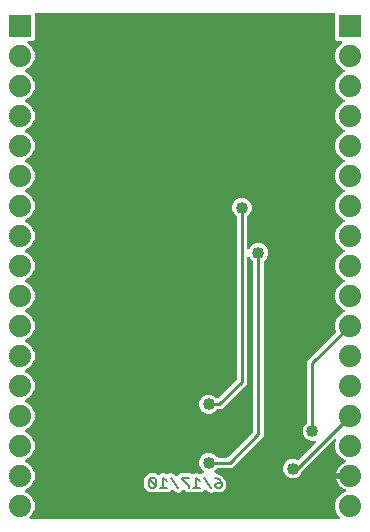
<source format=gbr>
G04 EAGLE Gerber RS-274X export*
G75*
%MOMM*%
%FSLAX34Y34*%
%LPD*%
%INBottom Copper*%
%IPPOS*%
%AMOC8*
5,1,8,0,0,1.08239X$1,22.5*%
G01*
%ADD10C,0.152400*%
%ADD11R,1.879600X1.879600*%
%ADD12C,1.879600*%
%ADD13C,1.016000*%
%ADD14C,0.254000*%

G36*
X282906Y4082D02*
X282906Y4082D01*
X283045Y4095D01*
X283064Y4102D01*
X283084Y4105D01*
X283213Y4156D01*
X283344Y4203D01*
X283361Y4214D01*
X283380Y4222D01*
X283492Y4303D01*
X283607Y4381D01*
X283621Y4397D01*
X283637Y4408D01*
X283726Y4516D01*
X283818Y4620D01*
X283827Y4638D01*
X283840Y4653D01*
X283899Y4779D01*
X283963Y4903D01*
X283967Y4923D01*
X283976Y4941D01*
X284002Y5077D01*
X284032Y5213D01*
X284032Y5234D01*
X284035Y5253D01*
X284027Y5392D01*
X284023Y5531D01*
X284017Y5551D01*
X284016Y5571D01*
X283973Y5703D01*
X283934Y5837D01*
X283924Y5854D01*
X283918Y5873D01*
X283843Y5991D01*
X283773Y6111D01*
X283754Y6132D01*
X283747Y6142D01*
X283732Y6156D01*
X283666Y6231D01*
X281548Y8350D01*
X279653Y12924D01*
X279653Y17876D01*
X281548Y22450D01*
X285050Y25952D01*
X288075Y27205D01*
X288101Y27220D01*
X288130Y27229D01*
X288239Y27298D01*
X288352Y27363D01*
X288373Y27384D01*
X288398Y27400D01*
X288487Y27494D01*
X288580Y27584D01*
X288596Y27610D01*
X288616Y27631D01*
X288679Y27745D01*
X288746Y27855D01*
X288755Y27884D01*
X288769Y27910D01*
X288802Y28036D01*
X288840Y28159D01*
X288841Y28189D01*
X288849Y28218D01*
X288849Y28348D01*
X288855Y28477D01*
X288849Y28506D01*
X288849Y28536D01*
X288817Y28662D01*
X288791Y28788D01*
X288778Y28815D01*
X288770Y28844D01*
X288708Y28958D01*
X288651Y29074D01*
X288632Y29097D01*
X288617Y29123D01*
X288529Y29218D01*
X288445Y29316D01*
X288420Y29333D01*
X288400Y29355D01*
X288291Y29424D01*
X288185Y29499D01*
X288157Y29510D01*
X288131Y29526D01*
X287982Y29585D01*
X287517Y29736D01*
X285843Y30589D01*
X284322Y31694D01*
X282994Y33022D01*
X281889Y34543D01*
X281036Y36217D01*
X280455Y38004D01*
X280415Y38261D01*
X290830Y38261D01*
X290948Y38276D01*
X291067Y38283D01*
X291105Y38296D01*
X291145Y38301D01*
X291256Y38344D01*
X291369Y38381D01*
X291403Y38403D01*
X291441Y38418D01*
X291537Y38488D01*
X291638Y38551D01*
X291666Y38581D01*
X291698Y38604D01*
X291774Y38696D01*
X291856Y38783D01*
X291875Y38818D01*
X291901Y38849D01*
X291952Y38957D01*
X292009Y39061D01*
X292020Y39101D01*
X292037Y39137D01*
X292059Y39254D01*
X292089Y39369D01*
X292093Y39430D01*
X292097Y39450D01*
X292095Y39470D01*
X292099Y39530D01*
X292099Y42070D01*
X292084Y42188D01*
X292077Y42307D01*
X292064Y42345D01*
X292059Y42385D01*
X292015Y42496D01*
X291979Y42609D01*
X291957Y42644D01*
X291942Y42681D01*
X291872Y42777D01*
X291809Y42878D01*
X291779Y42906D01*
X291755Y42939D01*
X291664Y43014D01*
X291577Y43096D01*
X291542Y43116D01*
X291510Y43141D01*
X291403Y43192D01*
X291298Y43250D01*
X291259Y43260D01*
X291223Y43277D01*
X291106Y43299D01*
X290991Y43329D01*
X290930Y43333D01*
X290910Y43337D01*
X290890Y43335D01*
X290830Y43339D01*
X280415Y43339D01*
X280455Y43596D01*
X281036Y45383D01*
X281889Y47057D01*
X282994Y48578D01*
X284322Y49906D01*
X285843Y51011D01*
X287517Y51864D01*
X287982Y52015D01*
X288009Y52028D01*
X288038Y52035D01*
X288153Y52095D01*
X288270Y52150D01*
X288293Y52169D01*
X288319Y52183D01*
X288415Y52271D01*
X288515Y52353D01*
X288532Y52377D01*
X288554Y52397D01*
X288626Y52506D01*
X288702Y52610D01*
X288713Y52638D01*
X288729Y52663D01*
X288771Y52786D01*
X288819Y52906D01*
X288823Y52936D01*
X288832Y52964D01*
X288843Y53093D01*
X288859Y53221D01*
X288855Y53251D01*
X288858Y53281D01*
X288835Y53409D01*
X288819Y53537D01*
X288808Y53565D01*
X288803Y53594D01*
X288750Y53712D01*
X288702Y53833D01*
X288685Y53857D01*
X288673Y53884D01*
X288592Y53985D01*
X288516Y54090D01*
X288493Y54109D01*
X288474Y54133D01*
X288371Y54210D01*
X288271Y54293D01*
X288244Y54306D01*
X288220Y54324D01*
X288075Y54395D01*
X285050Y55648D01*
X281548Y59150D01*
X279653Y63724D01*
X279653Y68676D01*
X280301Y70240D01*
X280320Y70308D01*
X280347Y70372D01*
X280362Y70461D01*
X280385Y70547D01*
X280386Y70617D01*
X280397Y70686D01*
X280389Y70775D01*
X280390Y70865D01*
X280374Y70933D01*
X280368Y71002D01*
X280337Y71087D01*
X280316Y71174D01*
X280284Y71236D01*
X280260Y71302D01*
X280209Y71376D01*
X280167Y71455D01*
X280121Y71507D01*
X280081Y71565D01*
X280014Y71624D01*
X279954Y71691D01*
X279895Y71729D01*
X279843Y71775D01*
X279763Y71816D01*
X279688Y71866D01*
X279622Y71888D01*
X279560Y71920D01*
X279472Y71940D01*
X279387Y71969D01*
X279317Y71974D01*
X279249Y71990D01*
X279160Y71987D01*
X279070Y71994D01*
X279001Y71982D01*
X278931Y71980D01*
X278845Y71955D01*
X278757Y71940D01*
X278693Y71911D01*
X278626Y71892D01*
X278549Y71846D01*
X278467Y71809D01*
X278412Y71766D01*
X278352Y71730D01*
X278231Y71624D01*
X252139Y45531D01*
X252133Y45524D01*
X252126Y45518D01*
X252036Y45398D01*
X251944Y45280D01*
X251940Y45271D01*
X251935Y45264D01*
X251864Y45119D01*
X250731Y42385D01*
X248445Y40099D01*
X245457Y38861D01*
X242223Y38861D01*
X239235Y40099D01*
X236949Y42385D01*
X235711Y45373D01*
X235711Y48607D01*
X236949Y51595D01*
X239235Y53881D01*
X242223Y55119D01*
X245457Y55119D01*
X247540Y54256D01*
X247569Y54248D01*
X247595Y54235D01*
X247722Y54206D01*
X247847Y54172D01*
X247876Y54171D01*
X247905Y54165D01*
X248035Y54169D01*
X248165Y54167D01*
X248194Y54174D01*
X248223Y54175D01*
X248348Y54211D01*
X248474Y54241D01*
X248500Y54255D01*
X248529Y54263D01*
X248640Y54329D01*
X248755Y54390D01*
X248777Y54410D01*
X248803Y54425D01*
X248923Y54531D01*
X262837Y68445D01*
X262922Y68554D01*
X263011Y68661D01*
X263019Y68680D01*
X263032Y68696D01*
X263087Y68824D01*
X263146Y68949D01*
X263150Y68969D01*
X263158Y68988D01*
X263180Y69126D01*
X263206Y69262D01*
X263205Y69282D01*
X263208Y69302D01*
X263195Y69441D01*
X263186Y69579D01*
X263180Y69598D01*
X263178Y69618D01*
X263131Y69750D01*
X263088Y69881D01*
X263078Y69899D01*
X263071Y69918D01*
X262993Y70033D01*
X262918Y70150D01*
X262903Y70164D01*
X262892Y70181D01*
X262788Y70273D01*
X262687Y70368D01*
X262669Y70378D01*
X262654Y70391D01*
X262530Y70454D01*
X262408Y70522D01*
X262388Y70527D01*
X262370Y70536D01*
X262235Y70566D01*
X262100Y70601D01*
X262072Y70603D01*
X262060Y70606D01*
X262040Y70605D01*
X261939Y70611D01*
X258733Y70611D01*
X255745Y71849D01*
X253459Y74135D01*
X252221Y77123D01*
X252221Y80357D01*
X253459Y83345D01*
X255660Y85545D01*
X255720Y85624D01*
X255788Y85696D01*
X255817Y85749D01*
X255854Y85797D01*
X255894Y85888D01*
X255942Y85974D01*
X255957Y86033D01*
X255981Y86088D01*
X255996Y86186D01*
X256021Y86282D01*
X256027Y86382D01*
X256031Y86403D01*
X256029Y86415D01*
X256031Y86443D01*
X256031Y137839D01*
X280185Y161993D01*
X280203Y162016D01*
X280226Y162035D01*
X280300Y162141D01*
X280380Y162244D01*
X280392Y162271D01*
X280409Y162295D01*
X280455Y162417D01*
X280506Y162536D01*
X280511Y162565D01*
X280522Y162593D01*
X280536Y162722D01*
X280556Y162850D01*
X280553Y162879D01*
X280557Y162909D01*
X280539Y163037D01*
X280526Y163167D01*
X280516Y163194D01*
X280512Y163224D01*
X280460Y163376D01*
X279653Y165324D01*
X279653Y170276D01*
X281548Y174850D01*
X285050Y178352D01*
X287405Y179327D01*
X287463Y179361D01*
X287507Y179378D01*
X287550Y179409D01*
X287648Y179461D01*
X287663Y179475D01*
X287681Y179485D01*
X287761Y179562D01*
X287764Y179565D01*
X287768Y179570D01*
X287781Y179582D01*
X287884Y179675D01*
X287895Y179692D01*
X287909Y179706D01*
X287982Y179825D01*
X288058Y179941D01*
X288065Y179960D01*
X288076Y179977D01*
X288116Y180110D01*
X288162Y180242D01*
X288163Y180262D01*
X288169Y180281D01*
X288176Y180420D01*
X288187Y180559D01*
X288183Y180579D01*
X288184Y180599D01*
X288156Y180735D01*
X288132Y180872D01*
X288124Y180891D01*
X288120Y180910D01*
X288059Y181036D01*
X288002Y181162D01*
X287989Y181178D01*
X287980Y181196D01*
X287890Y181302D01*
X287803Y181410D01*
X287787Y181423D01*
X287774Y181438D01*
X287660Y181518D01*
X287549Y181602D01*
X287524Y181614D01*
X287514Y181621D01*
X287495Y181628D01*
X287405Y181673D01*
X285050Y182648D01*
X281548Y186150D01*
X279653Y190724D01*
X279653Y195676D01*
X281548Y200250D01*
X285050Y203752D01*
X287405Y204727D01*
X287459Y204758D01*
X287471Y204763D01*
X287484Y204773D01*
X287525Y204796D01*
X287648Y204861D01*
X287663Y204875D01*
X287681Y204885D01*
X287781Y204982D01*
X287884Y205075D01*
X287895Y205092D01*
X287909Y205106D01*
X287982Y205225D01*
X288058Y205341D01*
X288065Y205360D01*
X288076Y205377D01*
X288116Y205510D01*
X288162Y205642D01*
X288163Y205662D01*
X288169Y205681D01*
X288176Y205820D01*
X288187Y205959D01*
X288183Y205979D01*
X288184Y205999D01*
X288156Y206135D01*
X288132Y206272D01*
X288124Y206291D01*
X288120Y206310D01*
X288059Y206436D01*
X288002Y206562D01*
X287989Y206578D01*
X287980Y206596D01*
X287890Y206702D01*
X287803Y206810D01*
X287787Y206823D01*
X287774Y206838D01*
X287660Y206918D01*
X287549Y207002D01*
X287524Y207014D01*
X287514Y207021D01*
X287495Y207028D01*
X287405Y207073D01*
X285050Y208048D01*
X281548Y211550D01*
X279653Y216124D01*
X279653Y221076D01*
X281548Y225650D01*
X285050Y229152D01*
X287405Y230127D01*
X287525Y230196D01*
X287648Y230261D01*
X287663Y230275D01*
X287681Y230285D01*
X287781Y230382D01*
X287884Y230475D01*
X287895Y230492D01*
X287909Y230506D01*
X287982Y230625D01*
X288058Y230741D01*
X288065Y230760D01*
X288076Y230777D01*
X288116Y230910D01*
X288162Y231042D01*
X288163Y231062D01*
X288169Y231081D01*
X288176Y231220D01*
X288187Y231359D01*
X288183Y231379D01*
X288184Y231399D01*
X288156Y231535D01*
X288132Y231672D01*
X288124Y231691D01*
X288120Y231710D01*
X288059Y231836D01*
X288002Y231962D01*
X287989Y231978D01*
X287980Y231996D01*
X287890Y232102D01*
X287803Y232210D01*
X287787Y232223D01*
X287774Y232238D01*
X287660Y232318D01*
X287549Y232402D01*
X287524Y232414D01*
X287514Y232421D01*
X287495Y232428D01*
X287405Y232473D01*
X285050Y233448D01*
X281548Y236950D01*
X279653Y241524D01*
X279653Y246476D01*
X281548Y251050D01*
X285050Y254552D01*
X287405Y255527D01*
X287525Y255596D01*
X287648Y255661D01*
X287663Y255675D01*
X287681Y255685D01*
X287781Y255782D01*
X287884Y255875D01*
X287895Y255892D01*
X287909Y255906D01*
X287982Y256025D01*
X288058Y256141D01*
X288065Y256160D01*
X288076Y256177D01*
X288116Y256310D01*
X288162Y256442D01*
X288163Y256462D01*
X288169Y256481D01*
X288176Y256620D01*
X288187Y256759D01*
X288183Y256779D01*
X288184Y256799D01*
X288156Y256935D01*
X288132Y257072D01*
X288124Y257091D01*
X288120Y257110D01*
X288059Y257236D01*
X288002Y257362D01*
X287989Y257378D01*
X287980Y257396D01*
X287890Y257502D01*
X287803Y257610D01*
X287787Y257623D01*
X287774Y257638D01*
X287660Y257718D01*
X287549Y257802D01*
X287524Y257814D01*
X287514Y257821D01*
X287495Y257828D01*
X287405Y257873D01*
X285050Y258848D01*
X281548Y262350D01*
X279653Y266924D01*
X279653Y271876D01*
X281548Y276450D01*
X285050Y279952D01*
X287405Y280927D01*
X287525Y280996D01*
X287648Y281061D01*
X287663Y281075D01*
X287681Y281085D01*
X287781Y281182D01*
X287884Y281275D01*
X287895Y281292D01*
X287909Y281306D01*
X287982Y281425D01*
X288058Y281541D01*
X288065Y281560D01*
X288076Y281577D01*
X288116Y281710D01*
X288162Y281842D01*
X288163Y281862D01*
X288169Y281881D01*
X288176Y282020D01*
X288187Y282159D01*
X288183Y282179D01*
X288184Y282199D01*
X288156Y282335D01*
X288132Y282472D01*
X288124Y282491D01*
X288120Y282510D01*
X288059Y282636D01*
X288002Y282762D01*
X287989Y282778D01*
X287980Y282796D01*
X287890Y282902D01*
X287803Y283010D01*
X287787Y283023D01*
X287774Y283038D01*
X287660Y283118D01*
X287549Y283202D01*
X287524Y283214D01*
X287514Y283221D01*
X287495Y283228D01*
X287405Y283273D01*
X285050Y284248D01*
X281548Y287750D01*
X279653Y292324D01*
X279653Y297276D01*
X281548Y301850D01*
X285050Y305352D01*
X287405Y306327D01*
X287525Y306396D01*
X287648Y306461D01*
X287663Y306475D01*
X287681Y306485D01*
X287781Y306582D01*
X287884Y306675D01*
X287895Y306692D01*
X287909Y306706D01*
X287982Y306825D01*
X288058Y306941D01*
X288065Y306960D01*
X288076Y306977D01*
X288116Y307110D01*
X288162Y307242D01*
X288163Y307262D01*
X288169Y307281D01*
X288176Y307420D01*
X288187Y307559D01*
X288183Y307579D01*
X288184Y307599D01*
X288156Y307735D01*
X288132Y307872D01*
X288124Y307891D01*
X288120Y307910D01*
X288059Y308036D01*
X288002Y308162D01*
X287989Y308178D01*
X287980Y308196D01*
X287890Y308302D01*
X287803Y308410D01*
X287787Y308423D01*
X287774Y308438D01*
X287660Y308518D01*
X287549Y308602D01*
X287524Y308614D01*
X287514Y308621D01*
X287495Y308628D01*
X287405Y308673D01*
X285050Y309648D01*
X281548Y313150D01*
X279653Y317724D01*
X279653Y322676D01*
X281548Y327250D01*
X285050Y330752D01*
X287405Y331727D01*
X287525Y331796D01*
X287648Y331861D01*
X287663Y331875D01*
X287681Y331885D01*
X287781Y331982D01*
X287884Y332075D01*
X287895Y332092D01*
X287909Y332106D01*
X287982Y332225D01*
X288058Y332341D01*
X288065Y332360D01*
X288076Y332377D01*
X288116Y332510D01*
X288162Y332642D01*
X288163Y332662D01*
X288169Y332681D01*
X288176Y332820D01*
X288187Y332959D01*
X288183Y332979D01*
X288184Y332999D01*
X288156Y333135D01*
X288132Y333272D01*
X288124Y333291D01*
X288120Y333310D01*
X288059Y333436D01*
X288002Y333562D01*
X287989Y333578D01*
X287980Y333596D01*
X287890Y333702D01*
X287803Y333810D01*
X287787Y333823D01*
X287774Y333838D01*
X287660Y333918D01*
X287549Y334002D01*
X287524Y334014D01*
X287514Y334021D01*
X287495Y334028D01*
X287405Y334073D01*
X285050Y335048D01*
X281548Y338550D01*
X279653Y343124D01*
X279653Y348076D01*
X281548Y352650D01*
X285050Y356152D01*
X287405Y357127D01*
X287525Y357196D01*
X287648Y357261D01*
X287663Y357275D01*
X287681Y357285D01*
X287781Y357382D01*
X287884Y357475D01*
X287895Y357492D01*
X287909Y357506D01*
X287982Y357625D01*
X288058Y357741D01*
X288065Y357760D01*
X288076Y357777D01*
X288116Y357910D01*
X288162Y358042D01*
X288163Y358062D01*
X288169Y358081D01*
X288176Y358220D01*
X288187Y358359D01*
X288183Y358379D01*
X288184Y358399D01*
X288156Y358535D01*
X288132Y358672D01*
X288124Y358691D01*
X288120Y358710D01*
X288059Y358836D01*
X288002Y358962D01*
X287989Y358978D01*
X287980Y358996D01*
X287890Y359102D01*
X287803Y359210D01*
X287787Y359223D01*
X287774Y359238D01*
X287660Y359318D01*
X287549Y359402D01*
X287524Y359414D01*
X287514Y359421D01*
X287495Y359428D01*
X287405Y359473D01*
X285050Y360448D01*
X281548Y363950D01*
X279653Y368524D01*
X279653Y373476D01*
X281548Y378050D01*
X285050Y381552D01*
X287405Y382527D01*
X287525Y382596D01*
X287648Y382661D01*
X287663Y382675D01*
X287681Y382685D01*
X287781Y382782D01*
X287884Y382875D01*
X287895Y382892D01*
X287909Y382906D01*
X287982Y383025D01*
X288058Y383141D01*
X288065Y383160D01*
X288076Y383177D01*
X288116Y383310D01*
X288162Y383442D01*
X288163Y383462D01*
X288169Y383481D01*
X288176Y383620D01*
X288187Y383759D01*
X288183Y383779D01*
X288184Y383799D01*
X288156Y383935D01*
X288132Y384072D01*
X288124Y384091D01*
X288120Y384110D01*
X288059Y384236D01*
X288002Y384362D01*
X287989Y384378D01*
X287980Y384396D01*
X287890Y384502D01*
X287803Y384610D01*
X287787Y384623D01*
X287774Y384638D01*
X287660Y384718D01*
X287549Y384802D01*
X287524Y384814D01*
X287514Y384821D01*
X287495Y384828D01*
X287405Y384873D01*
X285050Y385848D01*
X281548Y389350D01*
X279653Y393924D01*
X279653Y398876D01*
X281548Y403450D01*
X285064Y406966D01*
X285077Y406972D01*
X285150Y407024D01*
X285228Y407069D01*
X285278Y407117D01*
X285335Y407158D01*
X285392Y407228D01*
X285456Y407290D01*
X285493Y407350D01*
X285538Y407403D01*
X285576Y407485D01*
X285623Y407561D01*
X285643Y407628D01*
X285673Y407691D01*
X285690Y407779D01*
X285716Y407865D01*
X285720Y407935D01*
X285733Y408004D01*
X285727Y408093D01*
X285732Y408183D01*
X285717Y408251D01*
X285713Y408321D01*
X285685Y408406D01*
X285667Y408494D01*
X285637Y408557D01*
X285615Y408623D01*
X285567Y408699D01*
X285528Y408780D01*
X285482Y408833D01*
X285445Y408892D01*
X285380Y408954D01*
X285321Y409022D01*
X285264Y409062D01*
X285213Y409110D01*
X285135Y409153D01*
X285061Y409205D01*
X284996Y409230D01*
X284935Y409264D01*
X284848Y409286D01*
X284764Y409318D01*
X284694Y409326D01*
X284627Y409343D01*
X284466Y409353D01*
X281439Y409353D01*
X279653Y411139D01*
X279653Y431866D01*
X279638Y431984D01*
X279631Y432103D01*
X279618Y432141D01*
X279613Y432182D01*
X279570Y432292D01*
X279533Y432405D01*
X279511Y432440D01*
X279496Y432477D01*
X279427Y432573D01*
X279363Y432674D01*
X279333Y432702D01*
X279310Y432735D01*
X279218Y432811D01*
X279131Y432892D01*
X279096Y432912D01*
X279065Y432937D01*
X278957Y432988D01*
X278853Y433046D01*
X278813Y433056D01*
X278777Y433073D01*
X278660Y433095D01*
X278545Y433125D01*
X278485Y433129D01*
X278465Y433133D01*
X278444Y433131D01*
X278384Y433135D01*
X26416Y433135D01*
X26298Y433120D01*
X26179Y433113D01*
X26141Y433100D01*
X26100Y433095D01*
X25990Y433052D01*
X25877Y433015D01*
X25842Y432993D01*
X25805Y432978D01*
X25709Y432909D01*
X25608Y432845D01*
X25580Y432815D01*
X25547Y432792D01*
X25471Y432700D01*
X25390Y432613D01*
X25370Y432578D01*
X25345Y432547D01*
X25294Y432439D01*
X25236Y432335D01*
X25226Y432295D01*
X25209Y432259D01*
X25187Y432142D01*
X25157Y432027D01*
X25153Y431967D01*
X25149Y431947D01*
X25151Y431926D01*
X25147Y431866D01*
X25147Y411139D01*
X23361Y409353D01*
X20334Y409353D01*
X20265Y409345D01*
X20195Y409346D01*
X20108Y409325D01*
X20018Y409313D01*
X19953Y409288D01*
X19886Y409271D01*
X19806Y409229D01*
X19723Y409196D01*
X19666Y409155D01*
X19604Y409123D01*
X19538Y409062D01*
X19465Y409010D01*
X19421Y408956D01*
X19369Y408909D01*
X19320Y408834D01*
X19263Y408765D01*
X19233Y408701D01*
X19194Y408643D01*
X19165Y408558D01*
X19127Y408477D01*
X19114Y408408D01*
X19091Y408342D01*
X19084Y408253D01*
X19067Y408165D01*
X19072Y408095D01*
X19066Y408025D01*
X19081Y407937D01*
X19087Y407847D01*
X19108Y407781D01*
X19120Y407712D01*
X19157Y407630D01*
X19185Y407545D01*
X19222Y407486D01*
X19251Y407422D01*
X19307Y407352D01*
X19355Y407276D01*
X19406Y407228D01*
X19450Y407174D01*
X19521Y407119D01*
X19587Y407058D01*
X19648Y407024D01*
X19704Y406982D01*
X19736Y406966D01*
X23252Y403450D01*
X25147Y398876D01*
X25147Y393924D01*
X23252Y389350D01*
X19750Y385848D01*
X17395Y384873D01*
X17275Y384804D01*
X17152Y384739D01*
X17137Y384725D01*
X17119Y384715D01*
X17019Y384618D01*
X16916Y384525D01*
X16905Y384508D01*
X16891Y384494D01*
X16818Y384376D01*
X16742Y384259D01*
X16735Y384240D01*
X16724Y384223D01*
X16684Y384090D01*
X16638Y383958D01*
X16637Y383938D01*
X16631Y383919D01*
X16624Y383780D01*
X16613Y383641D01*
X16617Y383621D01*
X16616Y383601D01*
X16644Y383465D01*
X16668Y383328D01*
X16676Y383309D01*
X16680Y383290D01*
X16741Y383165D01*
X16798Y383038D01*
X16811Y383022D01*
X16820Y383004D01*
X16910Y382898D01*
X16997Y382790D01*
X17013Y382777D01*
X17026Y382762D01*
X17140Y382682D01*
X17251Y382598D01*
X17276Y382586D01*
X17286Y382579D01*
X17305Y382572D01*
X17395Y382527D01*
X19750Y381552D01*
X23252Y378050D01*
X25147Y373476D01*
X25147Y368524D01*
X23252Y363950D01*
X19750Y360448D01*
X17395Y359473D01*
X17275Y359404D01*
X17152Y359339D01*
X17137Y359325D01*
X17119Y359315D01*
X17019Y359218D01*
X16916Y359125D01*
X16905Y359108D01*
X16891Y359094D01*
X16818Y358975D01*
X16742Y358859D01*
X16735Y358840D01*
X16724Y358823D01*
X16684Y358690D01*
X16638Y358558D01*
X16637Y358538D01*
X16631Y358519D01*
X16624Y358380D01*
X16613Y358241D01*
X16617Y358221D01*
X16616Y358201D01*
X16644Y358065D01*
X16668Y357928D01*
X16676Y357909D01*
X16680Y357890D01*
X16741Y357764D01*
X16798Y357638D01*
X16811Y357622D01*
X16820Y357604D01*
X16910Y357498D01*
X16997Y357390D01*
X17013Y357377D01*
X17026Y357362D01*
X17140Y357282D01*
X17251Y357198D01*
X17276Y357186D01*
X17286Y357179D01*
X17305Y357172D01*
X17395Y357127D01*
X19750Y356152D01*
X23252Y352650D01*
X25147Y348076D01*
X25147Y343124D01*
X23252Y338550D01*
X19751Y335048D01*
X17395Y334073D01*
X17274Y334004D01*
X17152Y333939D01*
X17137Y333925D01*
X17119Y333915D01*
X17019Y333818D01*
X16916Y333725D01*
X16905Y333708D01*
X16891Y333694D01*
X16818Y333576D01*
X16742Y333459D01*
X16735Y333440D01*
X16724Y333423D01*
X16684Y333290D01*
X16638Y333158D01*
X16637Y333138D01*
X16631Y333119D01*
X16624Y332980D01*
X16613Y332841D01*
X16617Y332821D01*
X16616Y332801D01*
X16644Y332665D01*
X16668Y332528D01*
X16676Y332509D01*
X16680Y332490D01*
X16741Y332365D01*
X16798Y332238D01*
X16811Y332222D01*
X16820Y332204D01*
X16910Y332098D01*
X16997Y331990D01*
X17013Y331977D01*
X17026Y331962D01*
X17140Y331882D01*
X17251Y331798D01*
X17276Y331786D01*
X17286Y331779D01*
X17305Y331772D01*
X17395Y331727D01*
X19750Y330752D01*
X23252Y327250D01*
X25147Y322676D01*
X25147Y317724D01*
X23252Y313150D01*
X19751Y309648D01*
X17395Y308673D01*
X17274Y308604D01*
X17152Y308539D01*
X17137Y308525D01*
X17119Y308515D01*
X17019Y308418D01*
X16916Y308325D01*
X16905Y308308D01*
X16891Y308294D01*
X16818Y308176D01*
X16742Y308059D01*
X16735Y308040D01*
X16724Y308023D01*
X16684Y307890D01*
X16638Y307758D01*
X16637Y307738D01*
X16631Y307719D01*
X16624Y307580D01*
X16613Y307441D01*
X16617Y307421D01*
X16616Y307401D01*
X16644Y307265D01*
X16668Y307128D01*
X16676Y307109D01*
X16680Y307090D01*
X16741Y306965D01*
X16798Y306838D01*
X16811Y306822D01*
X16820Y306804D01*
X16910Y306698D01*
X16997Y306590D01*
X17013Y306577D01*
X17026Y306562D01*
X17140Y306482D01*
X17251Y306398D01*
X17276Y306386D01*
X17286Y306379D01*
X17305Y306372D01*
X17395Y306327D01*
X19750Y305352D01*
X23252Y301850D01*
X25147Y297276D01*
X25147Y292324D01*
X23252Y287750D01*
X19751Y284248D01*
X17395Y283273D01*
X17274Y283204D01*
X17152Y283139D01*
X17137Y283125D01*
X17119Y283115D01*
X17019Y283018D01*
X16916Y282925D01*
X16905Y282908D01*
X16891Y282894D01*
X16818Y282776D01*
X16742Y282659D01*
X16735Y282640D01*
X16724Y282623D01*
X16684Y282490D01*
X16638Y282358D01*
X16637Y282338D01*
X16631Y282319D01*
X16624Y282180D01*
X16613Y282041D01*
X16617Y282021D01*
X16616Y282001D01*
X16644Y281865D01*
X16668Y281728D01*
X16676Y281709D01*
X16680Y281690D01*
X16741Y281565D01*
X16798Y281438D01*
X16811Y281422D01*
X16820Y281404D01*
X16910Y281298D01*
X16997Y281190D01*
X17013Y281177D01*
X17026Y281162D01*
X17140Y281082D01*
X17251Y280998D01*
X17276Y280986D01*
X17286Y280979D01*
X17305Y280972D01*
X17395Y280927D01*
X19750Y279952D01*
X23252Y276450D01*
X25147Y271876D01*
X25147Y266924D01*
X23252Y262350D01*
X19751Y258848D01*
X17395Y257873D01*
X17274Y257804D01*
X17152Y257739D01*
X17137Y257725D01*
X17119Y257715D01*
X17019Y257618D01*
X16916Y257525D01*
X16905Y257508D01*
X16891Y257494D01*
X16818Y257375D01*
X16742Y257259D01*
X16735Y257240D01*
X16724Y257223D01*
X16684Y257090D01*
X16638Y256958D01*
X16637Y256938D01*
X16631Y256919D01*
X16624Y256780D01*
X16613Y256641D01*
X16617Y256621D01*
X16616Y256601D01*
X16644Y256465D01*
X16668Y256328D01*
X16676Y256309D01*
X16680Y256290D01*
X16741Y256165D01*
X16798Y256038D01*
X16811Y256022D01*
X16820Y256004D01*
X16910Y255898D01*
X16997Y255790D01*
X17013Y255777D01*
X17026Y255762D01*
X17140Y255682D01*
X17251Y255598D01*
X17276Y255586D01*
X17286Y255579D01*
X17305Y255572D01*
X17395Y255527D01*
X19750Y254552D01*
X23252Y251050D01*
X25147Y246476D01*
X25147Y241524D01*
X23252Y236950D01*
X19751Y233448D01*
X17395Y232473D01*
X17274Y232404D01*
X17152Y232339D01*
X17137Y232325D01*
X17119Y232315D01*
X17019Y232218D01*
X16916Y232125D01*
X16905Y232108D01*
X16891Y232094D01*
X16818Y231976D01*
X16742Y231859D01*
X16735Y231840D01*
X16724Y231823D01*
X16684Y231690D01*
X16638Y231558D01*
X16637Y231538D01*
X16631Y231519D01*
X16624Y231380D01*
X16613Y231241D01*
X16617Y231221D01*
X16616Y231201D01*
X16644Y231065D01*
X16668Y230928D01*
X16676Y230909D01*
X16680Y230890D01*
X16741Y230765D01*
X16798Y230638D01*
X16811Y230622D01*
X16820Y230604D01*
X16910Y230498D01*
X16997Y230390D01*
X17013Y230377D01*
X17026Y230362D01*
X17140Y230282D01*
X17251Y230198D01*
X17276Y230186D01*
X17286Y230179D01*
X17305Y230172D01*
X17395Y230127D01*
X19750Y229152D01*
X23252Y225650D01*
X25147Y221076D01*
X25147Y216124D01*
X23252Y211550D01*
X19751Y208048D01*
X17395Y207073D01*
X17274Y207004D01*
X17152Y206939D01*
X17137Y206925D01*
X17119Y206915D01*
X17019Y206818D01*
X16916Y206725D01*
X16905Y206708D01*
X16891Y206694D01*
X16818Y206576D01*
X16742Y206459D01*
X16735Y206440D01*
X16724Y206423D01*
X16684Y206290D01*
X16638Y206158D01*
X16637Y206138D01*
X16631Y206119D01*
X16624Y205980D01*
X16613Y205841D01*
X16617Y205821D01*
X16616Y205801D01*
X16644Y205665D01*
X16668Y205528D01*
X16676Y205509D01*
X16680Y205490D01*
X16741Y205365D01*
X16798Y205238D01*
X16811Y205222D01*
X16820Y205204D01*
X16910Y205098D01*
X16997Y204990D01*
X17013Y204977D01*
X17026Y204962D01*
X17140Y204882D01*
X17251Y204798D01*
X17276Y204786D01*
X17286Y204779D01*
X17305Y204772D01*
X17395Y204727D01*
X19750Y203752D01*
X23252Y200250D01*
X25147Y195676D01*
X25147Y190724D01*
X23252Y186150D01*
X19751Y182648D01*
X17395Y181673D01*
X17274Y181604D01*
X17152Y181539D01*
X17137Y181525D01*
X17119Y181515D01*
X17019Y181418D01*
X16916Y181325D01*
X16905Y181308D01*
X16891Y181294D01*
X16818Y181176D01*
X16742Y181059D01*
X16735Y181040D01*
X16724Y181023D01*
X16684Y180890D01*
X16638Y180758D01*
X16637Y180738D01*
X16631Y180719D01*
X16624Y180580D01*
X16613Y180441D01*
X16617Y180421D01*
X16616Y180401D01*
X16644Y180265D01*
X16668Y180128D01*
X16676Y180109D01*
X16680Y180090D01*
X16741Y179965D01*
X16798Y179838D01*
X16811Y179822D01*
X16820Y179804D01*
X16910Y179698D01*
X16997Y179590D01*
X17013Y179577D01*
X17026Y179562D01*
X17134Y179486D01*
X17157Y179464D01*
X17179Y179452D01*
X17251Y179398D01*
X17276Y179386D01*
X17286Y179379D01*
X17305Y179372D01*
X17395Y179327D01*
X19750Y178352D01*
X23252Y174850D01*
X25147Y170276D01*
X25147Y165324D01*
X23252Y160750D01*
X19751Y157248D01*
X17395Y156273D01*
X17336Y156239D01*
X17283Y156218D01*
X17234Y156182D01*
X17152Y156139D01*
X17137Y156125D01*
X17119Y156115D01*
X17052Y156050D01*
X17026Y156031D01*
X17003Y156004D01*
X16916Y155925D01*
X16905Y155908D01*
X16891Y155894D01*
X16830Y155794D01*
X16823Y155786D01*
X16817Y155774D01*
X16742Y155659D01*
X16735Y155640D01*
X16724Y155623D01*
X16684Y155490D01*
X16638Y155358D01*
X16637Y155338D01*
X16631Y155319D01*
X16624Y155180D01*
X16613Y155041D01*
X16617Y155021D01*
X16616Y155001D01*
X16644Y154865D01*
X16668Y154728D01*
X16676Y154709D01*
X16680Y154690D01*
X16741Y154565D01*
X16798Y154438D01*
X16811Y154422D01*
X16820Y154404D01*
X16910Y154298D01*
X16997Y154190D01*
X17013Y154177D01*
X17026Y154162D01*
X17140Y154082D01*
X17251Y153998D01*
X17276Y153986D01*
X17286Y153979D01*
X17305Y153972D01*
X17395Y153927D01*
X19750Y152952D01*
X23252Y149450D01*
X25147Y144876D01*
X25147Y139924D01*
X23252Y135350D01*
X19751Y131848D01*
X17395Y130873D01*
X17340Y130841D01*
X17319Y130833D01*
X17296Y130816D01*
X17274Y130804D01*
X17152Y130739D01*
X17137Y130725D01*
X17119Y130715D01*
X17019Y130618D01*
X16916Y130525D01*
X16905Y130508D01*
X16891Y130494D01*
X16818Y130376D01*
X16742Y130259D01*
X16735Y130240D01*
X16724Y130223D01*
X16684Y130090D01*
X16638Y129958D01*
X16637Y129938D01*
X16631Y129919D01*
X16624Y129780D01*
X16613Y129641D01*
X16617Y129621D01*
X16616Y129601D01*
X16644Y129465D01*
X16668Y129328D01*
X16676Y129309D01*
X16680Y129290D01*
X16741Y129165D01*
X16798Y129038D01*
X16811Y129022D01*
X16820Y129004D01*
X16910Y128898D01*
X16997Y128790D01*
X17013Y128777D01*
X17026Y128762D01*
X17140Y128682D01*
X17251Y128598D01*
X17276Y128586D01*
X17286Y128579D01*
X17305Y128572D01*
X17395Y128527D01*
X19750Y127552D01*
X23252Y124050D01*
X25147Y119476D01*
X25147Y114524D01*
X23252Y109950D01*
X19751Y106448D01*
X17395Y105473D01*
X17274Y105404D01*
X17152Y105339D01*
X17137Y105325D01*
X17119Y105315D01*
X17019Y105218D01*
X16916Y105125D01*
X16905Y105108D01*
X16891Y105094D01*
X16818Y104976D01*
X16742Y104859D01*
X16735Y104840D01*
X16724Y104823D01*
X16684Y104690D01*
X16638Y104558D01*
X16637Y104538D01*
X16631Y104519D01*
X16624Y104380D01*
X16613Y104241D01*
X16617Y104221D01*
X16616Y104201D01*
X16644Y104065D01*
X16668Y103928D01*
X16676Y103909D01*
X16680Y103890D01*
X16741Y103765D01*
X16798Y103638D01*
X16811Y103622D01*
X16820Y103604D01*
X16910Y103498D01*
X16997Y103390D01*
X17013Y103377D01*
X17026Y103362D01*
X17140Y103282D01*
X17251Y103198D01*
X17276Y103186D01*
X17286Y103179D01*
X17305Y103172D01*
X17395Y103127D01*
X19750Y102152D01*
X23252Y98650D01*
X25147Y94076D01*
X25147Y89124D01*
X23252Y84550D01*
X19751Y81048D01*
X17395Y80073D01*
X17274Y80004D01*
X17152Y79939D01*
X17137Y79925D01*
X17119Y79915D01*
X17019Y79818D01*
X16916Y79725D01*
X16905Y79708D01*
X16891Y79694D01*
X16818Y79576D01*
X16742Y79459D01*
X16735Y79440D01*
X16724Y79423D01*
X16684Y79290D01*
X16638Y79158D01*
X16637Y79138D01*
X16631Y79119D01*
X16624Y78980D01*
X16613Y78841D01*
X16617Y78821D01*
X16616Y78801D01*
X16644Y78665D01*
X16668Y78528D01*
X16676Y78509D01*
X16680Y78490D01*
X16741Y78365D01*
X16798Y78238D01*
X16811Y78222D01*
X16820Y78204D01*
X16910Y78098D01*
X16997Y77990D01*
X17013Y77977D01*
X17026Y77962D01*
X17140Y77882D01*
X17251Y77798D01*
X17276Y77786D01*
X17286Y77779D01*
X17305Y77772D01*
X17395Y77727D01*
X19750Y76752D01*
X23252Y73250D01*
X25147Y68676D01*
X25147Y63724D01*
X23252Y59150D01*
X19751Y55648D01*
X17395Y54673D01*
X17274Y54604D01*
X17152Y54539D01*
X17137Y54525D01*
X17119Y54515D01*
X17019Y54418D01*
X16916Y54325D01*
X16905Y54308D01*
X16891Y54294D01*
X16818Y54176D01*
X16742Y54059D01*
X16735Y54040D01*
X16724Y54023D01*
X16684Y53890D01*
X16638Y53758D01*
X16637Y53738D01*
X16631Y53719D01*
X16624Y53580D01*
X16613Y53441D01*
X16617Y53421D01*
X16616Y53401D01*
X16644Y53265D01*
X16668Y53128D01*
X16676Y53109D01*
X16680Y53090D01*
X16741Y52965D01*
X16798Y52838D01*
X16811Y52822D01*
X16820Y52804D01*
X16910Y52698D01*
X16997Y52590D01*
X17013Y52577D01*
X17026Y52562D01*
X17140Y52482D01*
X17251Y52398D01*
X17276Y52386D01*
X17286Y52379D01*
X17305Y52372D01*
X17395Y52327D01*
X19750Y51352D01*
X23252Y47850D01*
X25147Y43276D01*
X25147Y38324D01*
X23252Y33750D01*
X19750Y30248D01*
X17395Y29273D01*
X17275Y29204D01*
X17152Y29139D01*
X17137Y29125D01*
X17119Y29115D01*
X17019Y29018D01*
X16916Y28925D01*
X16905Y28908D01*
X16891Y28894D01*
X16818Y28776D01*
X16742Y28659D01*
X16735Y28640D01*
X16724Y28623D01*
X16684Y28490D01*
X16638Y28358D01*
X16637Y28338D01*
X16631Y28319D01*
X16624Y28180D01*
X16613Y28041D01*
X16617Y28021D01*
X16616Y28001D01*
X16644Y27865D01*
X16668Y27728D01*
X16676Y27709D01*
X16680Y27690D01*
X16741Y27565D01*
X16798Y27438D01*
X16811Y27422D01*
X16820Y27404D01*
X16910Y27298D01*
X16997Y27190D01*
X17013Y27177D01*
X17026Y27162D01*
X17140Y27082D01*
X17251Y26998D01*
X17276Y26986D01*
X17286Y26979D01*
X17305Y26972D01*
X17395Y26927D01*
X19750Y25952D01*
X23252Y22450D01*
X25147Y17876D01*
X25147Y12924D01*
X23252Y8350D01*
X21134Y6231D01*
X21049Y6122D01*
X20960Y6015D01*
X20951Y5996D01*
X20939Y5980D01*
X20883Y5852D01*
X20824Y5727D01*
X20821Y5707D01*
X20813Y5688D01*
X20791Y5550D01*
X20765Y5414D01*
X20766Y5394D01*
X20763Y5374D01*
X20776Y5235D01*
X20784Y5097D01*
X20791Y5078D01*
X20792Y5058D01*
X20840Y4926D01*
X20882Y4795D01*
X20893Y4777D01*
X20900Y4758D01*
X20978Y4643D01*
X21053Y4526D01*
X21067Y4512D01*
X21079Y4495D01*
X21183Y4403D01*
X21284Y4308D01*
X21302Y4298D01*
X21317Y4285D01*
X21441Y4221D01*
X21563Y4154D01*
X21582Y4149D01*
X21600Y4140D01*
X21736Y4110D01*
X21871Y4075D01*
X21899Y4073D01*
X21911Y4070D01*
X21931Y4071D01*
X22031Y4065D01*
X282769Y4065D01*
X282906Y4082D01*
G37*
%LPC*%
G36*
X172098Y27175D02*
X172098Y27175D01*
X170917Y28945D01*
X170882Y28986D01*
X170881Y28989D01*
X170877Y28992D01*
X170861Y29010D01*
X170814Y29080D01*
X170758Y29130D01*
X170709Y29186D01*
X170639Y29234D01*
X170575Y29291D01*
X170509Y29325D01*
X170448Y29367D01*
X170368Y29397D01*
X170292Y29435D01*
X170219Y29452D01*
X170149Y29477D01*
X170065Y29486D01*
X169982Y29505D01*
X169907Y29503D01*
X169833Y29510D01*
X169749Y29498D01*
X169664Y29495D01*
X169592Y29474D01*
X169519Y29464D01*
X169440Y29430D01*
X169358Y29407D01*
X169294Y29369D01*
X169226Y29340D01*
X169158Y29288D01*
X169085Y29245D01*
X168980Y29153D01*
X168972Y29147D01*
X168970Y29144D01*
X168964Y29139D01*
X166616Y26791D01*
X154104Y26791D01*
X151904Y28992D01*
X151892Y29000D01*
X151884Y29011D01*
X151768Y29097D01*
X151652Y29186D01*
X151639Y29192D01*
X151628Y29201D01*
X151494Y29255D01*
X151361Y29313D01*
X151347Y29315D01*
X151334Y29320D01*
X151191Y29340D01*
X151047Y29363D01*
X151032Y29361D01*
X151018Y29363D01*
X150875Y29347D01*
X150730Y29333D01*
X150717Y29328D01*
X150703Y29326D01*
X150568Y29275D01*
X150431Y29225D01*
X150419Y29217D01*
X150406Y29212D01*
X150288Y29129D01*
X150167Y29047D01*
X150158Y29036D01*
X150147Y29028D01*
X150054Y28918D01*
X149957Y28808D01*
X149951Y28796D01*
X149941Y28785D01*
X149879Y28655D01*
X149812Y28525D01*
X149809Y28511D01*
X149803Y28498D01*
X149762Y28343D01*
X149754Y28307D01*
X147128Y26556D01*
X144032Y27175D01*
X142852Y28945D01*
X142817Y28986D01*
X142815Y28989D01*
X142812Y28992D01*
X142796Y29010D01*
X142748Y29080D01*
X142692Y29130D01*
X142644Y29186D01*
X142574Y29234D01*
X142510Y29291D01*
X142443Y29325D01*
X142382Y29367D01*
X142302Y29397D01*
X142227Y29435D01*
X142154Y29452D01*
X142084Y29477D01*
X141999Y29486D01*
X141916Y29505D01*
X141842Y29503D01*
X141768Y29510D01*
X141684Y29498D01*
X141598Y29495D01*
X141527Y29474D01*
X141453Y29464D01*
X141375Y29430D01*
X141293Y29407D01*
X141229Y29369D01*
X141160Y29340D01*
X141092Y29288D01*
X141019Y29245D01*
X140915Y29153D01*
X140907Y29147D01*
X140904Y29144D01*
X140898Y29139D01*
X138551Y26791D01*
X129631Y26791D01*
X129591Y26832D01*
X129496Y26905D01*
X129407Y26984D01*
X129371Y27002D01*
X129339Y27027D01*
X129230Y27074D01*
X129124Y27128D01*
X129085Y27137D01*
X129047Y27153D01*
X128930Y27172D01*
X128814Y27198D01*
X128773Y27197D01*
X128733Y27203D01*
X128615Y27192D01*
X128496Y27188D01*
X128457Y27177D01*
X128417Y27173D01*
X128305Y27133D01*
X128190Y27100D01*
X128156Y27080D01*
X128117Y27066D01*
X128019Y26999D01*
X127916Y26938D01*
X127871Y26899D01*
X127854Y26887D01*
X127841Y26872D01*
X127796Y26832D01*
X127755Y26791D01*
X121717Y26791D01*
X118044Y30464D01*
X118044Y39383D01*
X121717Y43056D01*
X127755Y43056D01*
X129236Y41575D01*
X129330Y41502D01*
X129419Y41423D01*
X129455Y41405D01*
X129487Y41380D01*
X129597Y41332D01*
X129703Y41278D01*
X129742Y41270D01*
X129779Y41253D01*
X129897Y41235D01*
X130013Y41209D01*
X130053Y41210D01*
X130093Y41204D01*
X130212Y41215D01*
X130331Y41218D01*
X130370Y41230D01*
X130410Y41233D01*
X130522Y41274D01*
X130636Y41307D01*
X130671Y41327D01*
X130709Y41341D01*
X130808Y41408D01*
X130910Y41468D01*
X130955Y41508D01*
X130972Y41520D01*
X130986Y41535D01*
X131031Y41575D01*
X132512Y43056D01*
X135669Y43056D01*
X136430Y42295D01*
X136549Y42203D01*
X136671Y42106D01*
X136677Y42104D01*
X136682Y42100D01*
X136821Y42040D01*
X136962Y41977D01*
X136968Y41976D01*
X136973Y41974D01*
X137126Y41950D01*
X137275Y41924D01*
X137281Y41925D01*
X137288Y41924D01*
X137441Y41939D01*
X137592Y41951D01*
X137598Y41953D01*
X137604Y41954D01*
X137748Y42005D01*
X137893Y42056D01*
X137900Y42060D01*
X137903Y42061D01*
X137912Y42067D01*
X138032Y42137D01*
X139765Y43292D01*
X142860Y42673D01*
X144041Y40902D01*
X144096Y40838D01*
X144144Y40767D01*
X144200Y40718D01*
X144249Y40662D01*
X144319Y40613D01*
X144382Y40557D01*
X144449Y40523D01*
X144510Y40480D01*
X144590Y40451D01*
X144666Y40412D01*
X144738Y40396D01*
X144808Y40370D01*
X144893Y40361D01*
X144976Y40342D01*
X145051Y40345D01*
X145125Y40337D01*
X145209Y40350D01*
X145294Y40352D01*
X145366Y40373D01*
X145439Y40384D01*
X145518Y40417D01*
X145599Y40441D01*
X145663Y40478D01*
X145732Y40507D01*
X145800Y40559D01*
X145873Y40602D01*
X145978Y40694D01*
X145985Y40700D01*
X145988Y40703D01*
X145994Y40708D01*
X148342Y43056D01*
X157261Y43056D01*
X158022Y42295D01*
X158116Y42222D01*
X158205Y42143D01*
X158241Y42125D01*
X158273Y42100D01*
X158383Y42053D01*
X158489Y41999D01*
X158528Y41990D01*
X158565Y41974D01*
X158683Y41955D01*
X158799Y41929D01*
X158839Y41930D01*
X158879Y41924D01*
X158998Y41935D01*
X159117Y41939D01*
X159156Y41950D01*
X159196Y41954D01*
X159308Y41994D01*
X159422Y42027D01*
X159457Y42048D01*
X159495Y42061D01*
X159594Y42128D01*
X159696Y42189D01*
X159741Y42228D01*
X159758Y42240D01*
X159772Y42255D01*
X159817Y42295D01*
X160578Y43056D01*
X163735Y43056D01*
X164496Y42295D01*
X164614Y42203D01*
X164737Y42106D01*
X164742Y42104D01*
X164747Y42100D01*
X164886Y42040D01*
X165027Y41977D01*
X165033Y41976D01*
X165039Y41974D01*
X165191Y41950D01*
X165341Y41924D01*
X165347Y41925D01*
X165353Y41924D01*
X165507Y41939D01*
X165658Y41951D01*
X165664Y41953D01*
X165670Y41954D01*
X165814Y42006D01*
X165958Y42056D01*
X165965Y42060D01*
X165969Y42061D01*
X165977Y42067D01*
X166097Y42137D01*
X167845Y43302D01*
X167910Y43358D01*
X167980Y43405D01*
X168029Y43461D01*
X168086Y43510D01*
X168134Y43580D01*
X168191Y43644D01*
X168224Y43710D01*
X168267Y43771D01*
X168297Y43851D01*
X168335Y43927D01*
X168352Y44000D01*
X168377Y44070D01*
X168386Y44154D01*
X168405Y44237D01*
X168403Y44312D01*
X168410Y44386D01*
X168398Y44470D01*
X168395Y44555D01*
X168374Y44627D01*
X168363Y44701D01*
X168330Y44779D01*
X168307Y44861D01*
X168269Y44925D01*
X168240Y44994D01*
X168188Y45062D01*
X168145Y45135D01*
X168054Y45239D01*
X168047Y45247D01*
X168044Y45249D01*
X168039Y45255D01*
X165829Y47465D01*
X164591Y50453D01*
X164591Y53687D01*
X165829Y56675D01*
X168115Y58961D01*
X171103Y60199D01*
X174337Y60199D01*
X177325Y58961D01*
X179525Y56760D01*
X179604Y56700D01*
X179676Y56632D01*
X179729Y56603D01*
X179777Y56566D01*
X179868Y56526D01*
X179954Y56478D01*
X180013Y56463D01*
X180068Y56439D01*
X180166Y56424D01*
X180262Y56399D01*
X180362Y56393D01*
X180383Y56389D01*
X180395Y56391D01*
X180423Y56389D01*
X188185Y56389D01*
X188284Y56401D01*
X188383Y56404D01*
X188441Y56421D01*
X188501Y56429D01*
X188593Y56465D01*
X188688Y56493D01*
X188740Y56523D01*
X188797Y56546D01*
X188877Y56604D01*
X188962Y56654D01*
X189037Y56720D01*
X189054Y56732D01*
X189062Y56742D01*
X189083Y56760D01*
X209940Y77617D01*
X210000Y77695D01*
X210068Y77768D01*
X210097Y77821D01*
X210134Y77868D01*
X210174Y77959D01*
X210222Y78046D01*
X210237Y78105D01*
X210261Y78160D01*
X210276Y78258D01*
X210301Y78354D01*
X210307Y78454D01*
X210311Y78474D01*
X210309Y78487D01*
X210311Y78515D01*
X210311Y222167D01*
X210299Y222265D01*
X210296Y222364D01*
X210279Y222423D01*
X210271Y222483D01*
X210235Y222575D01*
X210207Y222670D01*
X210177Y222722D01*
X210154Y222778D01*
X210096Y222858D01*
X210046Y222944D01*
X209980Y223019D01*
X209968Y223036D01*
X209958Y223044D01*
X209940Y223065D01*
X207739Y225265D01*
X207421Y226034D01*
X207386Y226094D01*
X207360Y226159D01*
X207308Y226232D01*
X207263Y226310D01*
X207215Y226360D01*
X207174Y226416D01*
X207104Y226474D01*
X207042Y226538D01*
X206982Y226575D01*
X206929Y226619D01*
X206847Y226658D01*
X206771Y226705D01*
X206704Y226725D01*
X206641Y226755D01*
X206553Y226772D01*
X206467Y226798D01*
X206397Y226802D01*
X206328Y226815D01*
X206239Y226809D01*
X206149Y226813D01*
X206081Y226799D01*
X206011Y226795D01*
X205926Y226767D01*
X205838Y226749D01*
X205775Y226718D01*
X205709Y226697D01*
X205633Y226649D01*
X205552Y226609D01*
X205499Y226564D01*
X205440Y226527D01*
X205378Y226461D01*
X205310Y226403D01*
X205270Y226346D01*
X205222Y226295D01*
X205179Y226216D01*
X205127Y226143D01*
X205102Y226078D01*
X205068Y226017D01*
X205046Y225930D01*
X205014Y225846D01*
X205006Y225776D01*
X204989Y225709D01*
X204979Y225548D01*
X204979Y118861D01*
X202077Y115960D01*
X186300Y100183D01*
X183399Y97281D01*
X180423Y97281D01*
X180325Y97269D01*
X180226Y97266D01*
X180167Y97249D01*
X180107Y97241D01*
X180015Y97205D01*
X179920Y97177D01*
X179868Y97147D01*
X179812Y97124D01*
X179731Y97066D01*
X179646Y97016D01*
X179571Y96950D01*
X179554Y96938D01*
X179546Y96928D01*
X179525Y96910D01*
X177325Y94709D01*
X174337Y93471D01*
X171103Y93471D01*
X168115Y94709D01*
X165829Y96995D01*
X164591Y99983D01*
X164591Y103217D01*
X165829Y106205D01*
X168115Y108491D01*
X171103Y109729D01*
X174337Y109729D01*
X177325Y108491D01*
X178962Y106854D01*
X179056Y106781D01*
X179145Y106702D01*
X179181Y106684D01*
X179213Y106659D01*
X179322Y106612D01*
X179428Y106558D01*
X179468Y106549D01*
X179505Y106533D01*
X179622Y106514D01*
X179738Y106488D01*
X179779Y106489D01*
X179819Y106483D01*
X179937Y106494D01*
X180056Y106498D01*
X180095Y106509D01*
X180135Y106513D01*
X180248Y106553D01*
X180362Y106586D01*
X180397Y106607D01*
X180435Y106620D01*
X180533Y106687D01*
X180636Y106748D01*
X180681Y106788D01*
X180698Y106799D01*
X180711Y106814D01*
X180757Y106854D01*
X195970Y122067D01*
X196030Y122145D01*
X196098Y122217D01*
X196127Y122270D01*
X196164Y122318D01*
X196204Y122409D01*
X196252Y122496D01*
X196267Y122555D01*
X196291Y122610D01*
X196306Y122708D01*
X196331Y122804D01*
X196337Y122904D01*
X196341Y122924D01*
X196339Y122937D01*
X196341Y122965D01*
X196341Y260267D01*
X196329Y260365D01*
X196326Y260464D01*
X196309Y260523D01*
X196301Y260583D01*
X196265Y260675D01*
X196237Y260770D01*
X196207Y260822D01*
X196184Y260878D01*
X196126Y260958D01*
X196076Y261044D01*
X196010Y261119D01*
X195998Y261136D01*
X195988Y261144D01*
X195970Y261165D01*
X193769Y263365D01*
X192531Y266353D01*
X192531Y269587D01*
X193769Y272575D01*
X196055Y274861D01*
X199043Y276099D01*
X202277Y276099D01*
X205265Y274861D01*
X207551Y272575D01*
X208789Y269587D01*
X208789Y266353D01*
X207551Y263365D01*
X205350Y261165D01*
X205290Y261086D01*
X205222Y261014D01*
X205193Y260961D01*
X205156Y260913D01*
X205116Y260822D01*
X205068Y260736D01*
X205053Y260677D01*
X205029Y260622D01*
X205014Y260524D01*
X204989Y260428D01*
X204983Y260328D01*
X204979Y260307D01*
X204981Y260295D01*
X204979Y260267D01*
X204979Y234192D01*
X204987Y234123D01*
X204986Y234053D01*
X205007Y233966D01*
X205019Y233877D01*
X205044Y233812D01*
X205061Y233744D01*
X205103Y233664D01*
X205136Y233581D01*
X205177Y233524D01*
X205209Y233463D01*
X205270Y233396D01*
X205322Y233324D01*
X205376Y233279D01*
X205423Y233227D01*
X205498Y233178D01*
X205567Y233121D01*
X205631Y233091D01*
X205689Y233053D01*
X205774Y233023D01*
X205855Y232985D01*
X205924Y232972D01*
X205990Y232949D01*
X206079Y232942D01*
X206167Y232925D01*
X206237Y232930D01*
X206307Y232924D01*
X206395Y232940D01*
X206485Y232945D01*
X206551Y232967D01*
X206620Y232979D01*
X206702Y233015D01*
X206787Y233043D01*
X206846Y233080D01*
X206910Y233109D01*
X206980Y233165D01*
X207056Y233213D01*
X207104Y233264D01*
X207158Y233308D01*
X207212Y233379D01*
X207274Y233445D01*
X207308Y233506D01*
X207350Y233562D01*
X207421Y233706D01*
X207739Y234475D01*
X210025Y236761D01*
X213013Y237999D01*
X216247Y237999D01*
X219235Y236761D01*
X221521Y234475D01*
X222759Y231487D01*
X222759Y228253D01*
X221521Y225265D01*
X219320Y223065D01*
X219260Y222986D01*
X219192Y222914D01*
X219163Y222861D01*
X219126Y222813D01*
X219086Y222722D01*
X219038Y222636D01*
X219023Y222577D01*
X218999Y222522D01*
X218984Y222424D01*
X218959Y222328D01*
X218953Y222228D01*
X218949Y222207D01*
X218951Y222195D01*
X218949Y222167D01*
X218949Y74411D01*
X192289Y47751D01*
X180423Y47751D01*
X180325Y47739D01*
X180226Y47736D01*
X180167Y47719D01*
X180107Y47711D01*
X180015Y47675D01*
X179920Y47647D01*
X179868Y47617D01*
X179812Y47594D01*
X179732Y47536D01*
X179646Y47486D01*
X179571Y47420D01*
X179554Y47408D01*
X179546Y47398D01*
X179525Y47380D01*
X177675Y45529D01*
X177672Y45526D01*
X177669Y45523D01*
X177575Y45400D01*
X177480Y45278D01*
X177478Y45274D01*
X177475Y45270D01*
X177415Y45128D01*
X177354Y44986D01*
X177353Y44982D01*
X177351Y44977D01*
X177328Y44825D01*
X177304Y44672D01*
X177304Y44667D01*
X177304Y44663D01*
X177319Y44509D01*
X177334Y44355D01*
X177335Y44351D01*
X177336Y44347D01*
X177388Y44203D01*
X177441Y44056D01*
X177444Y44052D01*
X177445Y44048D01*
X177532Y43922D01*
X177620Y43793D01*
X177623Y43790D01*
X177626Y43786D01*
X177741Y43686D01*
X177858Y43582D01*
X177862Y43580D01*
X177866Y43577D01*
X178005Y43496D01*
X181498Y41750D01*
X181550Y41731D01*
X181597Y41705D01*
X181699Y41679D01*
X181798Y41644D01*
X181853Y41639D01*
X181905Y41626D01*
X182066Y41616D01*
X182445Y41616D01*
X182979Y41082D01*
X183076Y41007D01*
X183169Y40926D01*
X183215Y40899D01*
X183230Y40887D01*
X183249Y40879D01*
X183308Y40845D01*
X183983Y40507D01*
X184103Y40148D01*
X184126Y40098D01*
X184141Y40046D01*
X184195Y39956D01*
X184240Y39861D01*
X184275Y39819D01*
X184303Y39772D01*
X184409Y39651D01*
X184955Y39106D01*
X187559Y36502D01*
X187559Y30464D01*
X183886Y26791D01*
X177848Y26791D01*
X177663Y26976D01*
X177542Y27070D01*
X177422Y27165D01*
X177417Y27167D01*
X177412Y27171D01*
X177271Y27232D01*
X177132Y27294D01*
X177126Y27295D01*
X177120Y27297D01*
X176967Y27322D01*
X176818Y27347D01*
X176812Y27346D01*
X176806Y27347D01*
X176652Y27333D01*
X176501Y27320D01*
X176495Y27318D01*
X176489Y27317D01*
X176345Y27266D01*
X176201Y27215D01*
X176194Y27211D01*
X176190Y27210D01*
X176182Y27204D01*
X176062Y27135D01*
X175193Y26556D01*
X172098Y27175D01*
G37*
%LPD*%
D10*
X177986Y39245D02*
X180867Y37805D01*
X183748Y34924D01*
X183748Y32043D01*
X182307Y30602D01*
X179426Y30602D01*
X177986Y32043D01*
X177986Y33483D01*
X179426Y34924D01*
X183748Y34924D01*
X174393Y30602D02*
X168631Y39245D01*
X165038Y36364D02*
X162157Y39245D01*
X162157Y30602D01*
X165038Y30602D02*
X159275Y30602D01*
X155682Y39245D02*
X149920Y39245D01*
X149920Y37805D01*
X155682Y32043D01*
X155682Y30602D01*
X146327Y30602D02*
X140565Y39245D01*
X136972Y36364D02*
X134091Y39245D01*
X134091Y30602D01*
X136972Y30602D02*
X131210Y30602D01*
X127617Y32043D02*
X127617Y37805D01*
X126176Y39245D01*
X123295Y39245D01*
X121855Y37805D01*
X121855Y32043D01*
X123295Y30602D01*
X126176Y30602D01*
X127617Y32043D01*
X121855Y37805D01*
D11*
X12700Y421800D03*
D12*
X12700Y396400D03*
X12700Y371000D03*
X12700Y345600D03*
X12700Y320200D03*
X12700Y294800D03*
X12700Y269400D03*
X12700Y244000D03*
X12700Y218600D03*
X12700Y193200D03*
X12700Y167800D03*
X12700Y142400D03*
X12700Y117000D03*
X12700Y91600D03*
X12700Y66200D03*
X12700Y40800D03*
X12700Y15400D03*
D11*
X292100Y421800D03*
D12*
X292100Y396400D03*
X292100Y371000D03*
X292100Y345600D03*
X292100Y320200D03*
X292100Y294800D03*
X292100Y269400D03*
X292100Y244000D03*
X292100Y218600D03*
X292100Y193200D03*
X292100Y167800D03*
X292100Y142400D03*
X292100Y117000D03*
X292100Y91600D03*
X292100Y66200D03*
X292100Y40800D03*
X292100Y15400D03*
D13*
X139700Y16510D03*
X114300Y190500D03*
D14*
X172720Y101600D02*
X181610Y101600D01*
X200660Y120650D01*
X200660Y267970D01*
D13*
X172720Y101600D03*
X200660Y267970D03*
D14*
X190500Y52070D02*
X172720Y52070D01*
X190500Y52070D02*
X214630Y76200D01*
X214630Y229870D01*
D13*
X172720Y52070D03*
X214630Y229870D03*
D14*
X260350Y136050D02*
X260350Y78740D01*
X260350Y136050D02*
X292100Y167800D01*
D13*
X260350Y78740D03*
D14*
X247490Y46990D02*
X243840Y46990D01*
X247490Y46990D02*
X292100Y91600D01*
D13*
X243840Y46990D03*
M02*

</source>
